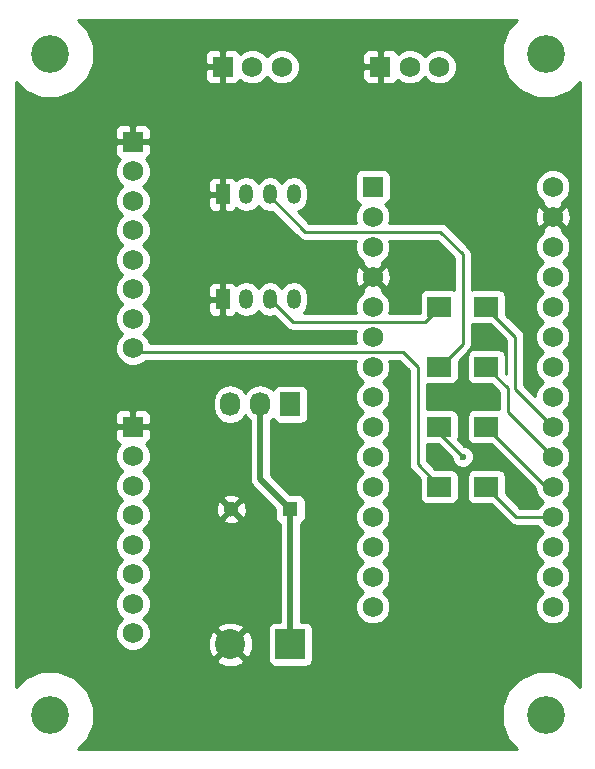
<source format=gbr>
G04 #@! TF.FileFunction,Copper,L1,Top,Signal*
%FSLAX46Y46*%
G04 Gerber Fmt 4.6, Leading zero omitted, Abs format (unit mm)*
G04 Created by KiCad (PCBNEW 4.0.3+e1-6302~38~ubuntu15.04.1-stable) date Thu Aug 18 22:44:53 2016*
%MOMM*%
%LPD*%
G01*
G04 APERTURE LIST*
%ADD10C,0.100000*%
%ADD11R,1.727200X1.727200*%
%ADD12C,1.727200*%
%ADD13R,1.300000X1.300000*%
%ADD14C,1.300000*%
%ADD15R,1.750000X1.750000*%
%ADD16C,1.750000*%
%ADD17R,1.727200X2.032000*%
%ADD18O,1.727200X2.032000*%
%ADD19R,1.200000X1.700000*%
%ADD20O,1.200000X1.700000*%
%ADD21R,2.540000X2.540000*%
%ADD22C,2.540000*%
%ADD23R,2.000000X1.700000*%
%ADD24C,3.200000*%
%ADD25C,0.600000*%
%ADD26C,0.250000*%
%ADD27C,0.500000*%
%ADD28C,0.254000*%
G04 APERTURE END LIST*
D10*
D11*
X86360000Y-55245000D03*
D12*
X86360000Y-57785000D03*
X86360000Y-60325000D03*
X86360000Y-62865000D03*
X86360000Y-65405000D03*
X86360000Y-67945000D03*
X86360000Y-70485000D03*
X86360000Y-73025000D03*
X86360000Y-75565000D03*
X86360000Y-78105000D03*
X86360000Y-80645000D03*
X86360000Y-83185000D03*
X86360000Y-85725000D03*
X86360000Y-88265000D03*
X86360000Y-90805000D03*
X101600000Y-90805000D03*
X101600000Y-88265000D03*
X101600000Y-85725000D03*
X101600000Y-83185000D03*
X101600000Y-80645000D03*
X101600000Y-78105000D03*
X101600000Y-75565000D03*
X101600000Y-73025000D03*
X101600000Y-70485000D03*
X101600000Y-67945000D03*
X101600000Y-65405000D03*
X101600000Y-62865000D03*
X101600000Y-60325000D03*
X101600000Y-57785000D03*
X101600000Y-55245000D03*
D13*
X79375000Y-82550000D03*
D14*
X74375000Y-82550000D03*
D15*
X66040000Y-51435000D03*
D16*
X66040000Y-53935000D03*
X66040000Y-56435000D03*
X66040000Y-58935000D03*
X66040000Y-61435000D03*
X66040000Y-63935000D03*
X66040000Y-66435000D03*
X66040000Y-68935000D03*
D15*
X66040000Y-75565000D03*
D16*
X66040000Y-78065000D03*
X66040000Y-80565000D03*
X66040000Y-83065000D03*
X66040000Y-85565000D03*
X66040000Y-88065000D03*
X66040000Y-90565000D03*
X66040000Y-93065000D03*
D17*
X79375000Y-73660000D03*
D18*
X76835000Y-73660000D03*
X74295000Y-73660000D03*
D19*
X73660000Y-55880000D03*
D20*
X75660000Y-55880000D03*
X77660000Y-55880000D03*
X79660000Y-55880000D03*
D19*
X73660000Y-64770000D03*
D20*
X75660000Y-64770000D03*
X77660000Y-64770000D03*
X79660000Y-64770000D03*
D21*
X79375000Y-93980000D03*
D22*
X74295000Y-93980000D03*
D23*
X95980000Y-80645000D03*
X91980000Y-80645000D03*
X95980000Y-75565000D03*
X91980000Y-75565000D03*
X95980000Y-70485000D03*
X91980000Y-70485000D03*
X95980000Y-65405000D03*
X91980000Y-65405000D03*
D15*
X73660000Y-45085000D03*
D16*
X76160000Y-45085000D03*
X78660000Y-45085000D03*
D15*
X86995000Y-45085000D03*
D16*
X89495000Y-45085000D03*
X91995000Y-45085000D03*
D24*
X59000000Y-44000000D03*
X101000000Y-44000000D03*
X59000000Y-100000000D03*
X101000000Y-100000000D03*
D25*
X93980000Y-78105000D03*
D26*
X101600000Y-83185000D02*
X98520000Y-83185000D01*
X98520000Y-83185000D02*
X95980000Y-80645000D01*
X101600000Y-80645000D02*
X101060000Y-80645000D01*
X101060000Y-80645000D02*
X95980000Y-75565000D01*
X101600000Y-78105000D02*
X97790000Y-74295000D01*
X97790000Y-72295000D02*
X95980000Y-70485000D01*
X97790000Y-74295000D02*
X97790000Y-72295000D01*
X101600000Y-78105000D02*
X101473000Y-78105000D01*
X95980000Y-65405000D02*
X95980000Y-65500000D01*
X95980000Y-65500000D02*
X98425000Y-67945000D01*
X98425000Y-67945000D02*
X98425000Y-72390000D01*
X98425000Y-72390000D02*
X101600000Y-75565000D01*
X101600000Y-75565000D02*
X101473000Y-75565000D01*
X101600000Y-75565000D02*
X101060000Y-75565000D01*
D27*
X76835000Y-73660000D02*
X76835000Y-80010000D01*
X76835000Y-80010000D02*
X79375000Y-82550000D01*
X79375000Y-93980000D02*
X79375000Y-82550000D01*
D26*
X91980000Y-80645000D02*
X91980000Y-80550000D01*
X91980000Y-80550000D02*
X90170000Y-78740000D01*
X88900000Y-69215000D02*
X66320000Y-69215000D01*
X90170000Y-70485000D02*
X88900000Y-69215000D01*
X90170000Y-78740000D02*
X90170000Y-70485000D01*
X66320000Y-69215000D02*
X66040000Y-68935000D01*
X66320000Y-69215000D02*
X66040000Y-68935000D01*
X91980000Y-80645000D02*
X92075000Y-80645000D01*
X93980000Y-78105000D02*
X91980000Y-76105000D01*
X91980000Y-76105000D02*
X91980000Y-75565000D01*
X91980000Y-70612000D02*
X91980000Y-70580000D01*
X91980000Y-70580000D02*
X93980000Y-68580000D01*
X77660000Y-55880000D02*
X77660000Y-56070000D01*
X77660000Y-56070000D02*
X80645000Y-59055000D01*
X93980000Y-68580000D02*
X93980000Y-60960000D01*
X92075000Y-59055000D02*
X80645000Y-59055000D01*
X93980000Y-60960000D02*
X92075000Y-59055000D01*
X91980000Y-65405000D02*
X91980000Y-65500000D01*
X91980000Y-65500000D02*
X90805000Y-66675000D01*
X90805000Y-66675000D02*
X79565000Y-66675000D01*
X79565000Y-66675000D02*
X77660000Y-64770000D01*
X77660000Y-64770000D02*
X77660000Y-64960000D01*
D28*
G36*
X97842246Y-41886068D02*
X97273649Y-43255402D01*
X97272355Y-44738094D01*
X97838561Y-46108418D01*
X98886068Y-47157754D01*
X100255402Y-47726351D01*
X101738094Y-47727645D01*
X103108418Y-47161439D01*
X103873000Y-46398190D01*
X103873000Y-97602639D01*
X103113932Y-96842246D01*
X101744598Y-96273649D01*
X100261906Y-96272355D01*
X98891582Y-96838561D01*
X97842246Y-97886068D01*
X97273649Y-99255402D01*
X97272355Y-100738094D01*
X97838561Y-102108418D01*
X98601810Y-102873000D01*
X61397361Y-102873000D01*
X62157754Y-102113932D01*
X62726351Y-100744598D01*
X62727645Y-99261906D01*
X62161439Y-97891582D01*
X61113932Y-96842246D01*
X59744598Y-96273649D01*
X58261906Y-96272355D01*
X56891582Y-96838561D01*
X56127000Y-97601810D01*
X56127000Y-95327777D01*
X73126828Y-95327777D01*
X73258520Y-95622657D01*
X73966036Y-95894261D01*
X74723632Y-95874436D01*
X75331480Y-95622657D01*
X75463172Y-95327777D01*
X74295000Y-94159605D01*
X73126828Y-95327777D01*
X56127000Y-95327777D01*
X56127000Y-78364040D01*
X64529738Y-78364040D01*
X64759138Y-78919229D01*
X65154536Y-79315318D01*
X64760630Y-79708537D01*
X64530262Y-80263325D01*
X64529738Y-80864040D01*
X64759138Y-81419229D01*
X65154536Y-81815318D01*
X64760630Y-82208537D01*
X64530262Y-82763325D01*
X64529738Y-83364040D01*
X64759138Y-83919229D01*
X65154536Y-84315318D01*
X64760630Y-84708537D01*
X64530262Y-85263325D01*
X64529738Y-85864040D01*
X64759138Y-86419229D01*
X65154536Y-86815318D01*
X64760630Y-87208537D01*
X64530262Y-87763325D01*
X64529738Y-88364040D01*
X64759138Y-88919229D01*
X65154536Y-89315318D01*
X64760630Y-89708537D01*
X64530262Y-90263325D01*
X64529738Y-90864040D01*
X64759138Y-91419229D01*
X65154536Y-91815318D01*
X64760630Y-92208537D01*
X64530262Y-92763325D01*
X64529738Y-93364040D01*
X64759138Y-93919229D01*
X65183537Y-94344370D01*
X65738325Y-94574738D01*
X66339040Y-94575262D01*
X66894229Y-94345862D01*
X67319370Y-93921463D01*
X67431661Y-93651036D01*
X72380739Y-93651036D01*
X72400564Y-94408632D01*
X72652343Y-95016480D01*
X72947223Y-95148172D01*
X74115395Y-93980000D01*
X74474605Y-93980000D01*
X75642777Y-95148172D01*
X75937657Y-95016480D01*
X76209261Y-94308964D01*
X76189436Y-93551368D01*
X75937657Y-92943520D01*
X75642777Y-92811828D01*
X74474605Y-93980000D01*
X74115395Y-93980000D01*
X72947223Y-92811828D01*
X72652343Y-92943520D01*
X72380739Y-93651036D01*
X67431661Y-93651036D01*
X67549738Y-93366675D01*
X67550262Y-92765960D01*
X67495003Y-92632223D01*
X73126828Y-92632223D01*
X74295000Y-93800395D01*
X75463172Y-92632223D01*
X75331480Y-92337343D01*
X74623964Y-92065739D01*
X73866368Y-92085564D01*
X73258520Y-92337343D01*
X73126828Y-92632223D01*
X67495003Y-92632223D01*
X67320862Y-92210771D01*
X66925464Y-91814682D01*
X67319370Y-91421463D01*
X67549738Y-90866675D01*
X67550262Y-90265960D01*
X67320862Y-89710771D01*
X66925464Y-89314682D01*
X67319370Y-88921463D01*
X67549738Y-88366675D01*
X67550262Y-87765960D01*
X67320862Y-87210771D01*
X66925464Y-86814682D01*
X67319370Y-86421463D01*
X67549738Y-85866675D01*
X67550262Y-85265960D01*
X67320862Y-84710771D01*
X66925464Y-84314682D01*
X67319370Y-83921463D01*
X67515547Y-83449016D01*
X73655590Y-83449016D01*
X73711271Y-83679611D01*
X74194078Y-83847622D01*
X74704428Y-83818083D01*
X75038729Y-83679611D01*
X75094410Y-83449016D01*
X74375000Y-82729605D01*
X73655590Y-83449016D01*
X67515547Y-83449016D01*
X67549738Y-83366675D01*
X67550262Y-82765960D01*
X67386274Y-82369078D01*
X73077378Y-82369078D01*
X73106917Y-82879428D01*
X73245389Y-83213729D01*
X73475984Y-83269410D01*
X74195395Y-82550000D01*
X74554605Y-82550000D01*
X75274016Y-83269410D01*
X75504611Y-83213729D01*
X75672622Y-82730922D01*
X75643083Y-82220572D01*
X75504611Y-81886271D01*
X75274016Y-81830590D01*
X74554605Y-82550000D01*
X74195395Y-82550000D01*
X73475984Y-81830590D01*
X73245389Y-81886271D01*
X73077378Y-82369078D01*
X67386274Y-82369078D01*
X67320862Y-82210771D01*
X66925464Y-81814682D01*
X67089447Y-81650984D01*
X73655590Y-81650984D01*
X74375000Y-82370395D01*
X75094410Y-81650984D01*
X75038729Y-81420389D01*
X74555922Y-81252378D01*
X74045572Y-81281917D01*
X73711271Y-81420389D01*
X73655590Y-81650984D01*
X67089447Y-81650984D01*
X67319370Y-81421463D01*
X67549738Y-80866675D01*
X67550262Y-80265960D01*
X67320862Y-79710771D01*
X66925464Y-79314682D01*
X67319370Y-78921463D01*
X67549738Y-78366675D01*
X67550262Y-77765960D01*
X67320862Y-77210771D01*
X67143198Y-77032797D01*
X67274699Y-76978327D01*
X67453327Y-76799698D01*
X67550000Y-76566309D01*
X67550000Y-75850750D01*
X67391250Y-75692000D01*
X66167000Y-75692000D01*
X66167000Y-75712000D01*
X65913000Y-75712000D01*
X65913000Y-75692000D01*
X64688750Y-75692000D01*
X64530000Y-75850750D01*
X64530000Y-76566309D01*
X64626673Y-76799698D01*
X64805301Y-76978327D01*
X64936714Y-77032760D01*
X64760630Y-77208537D01*
X64530262Y-77763325D01*
X64529738Y-78364040D01*
X56127000Y-78364040D01*
X56127000Y-74563691D01*
X64530000Y-74563691D01*
X64530000Y-75279250D01*
X64688750Y-75438000D01*
X65913000Y-75438000D01*
X65913000Y-74213750D01*
X66167000Y-74213750D01*
X66167000Y-75438000D01*
X67391250Y-75438000D01*
X67550000Y-75279250D01*
X67550000Y-74563691D01*
X67453327Y-74330302D01*
X67274699Y-74151673D01*
X67041310Y-74055000D01*
X66325750Y-74055000D01*
X66167000Y-74213750D01*
X65913000Y-74213750D01*
X65754250Y-74055000D01*
X65038690Y-74055000D01*
X64805301Y-74151673D01*
X64626673Y-74330302D01*
X64530000Y-74563691D01*
X56127000Y-74563691D01*
X56127000Y-73475255D01*
X72796400Y-73475255D01*
X72796400Y-73844745D01*
X72910474Y-74418234D01*
X73235330Y-74904415D01*
X73721511Y-75229271D01*
X74295000Y-75343345D01*
X74868489Y-75229271D01*
X75354670Y-74904415D01*
X75565000Y-74589634D01*
X75775330Y-74904415D01*
X75950000Y-75021126D01*
X75950000Y-80009995D01*
X75949999Y-80010000D01*
X75999561Y-80259161D01*
X76017367Y-80348675D01*
X76021033Y-80354161D01*
X76209210Y-80635790D01*
X78077560Y-82504139D01*
X78077560Y-83200000D01*
X78121838Y-83435317D01*
X78260910Y-83651441D01*
X78473110Y-83796431D01*
X78490000Y-83799851D01*
X78490000Y-92062560D01*
X78105000Y-92062560D01*
X77869683Y-92106838D01*
X77653559Y-92245910D01*
X77508569Y-92458110D01*
X77457560Y-92710000D01*
X77457560Y-95250000D01*
X77501838Y-95485317D01*
X77640910Y-95701441D01*
X77853110Y-95846431D01*
X78105000Y-95897440D01*
X80645000Y-95897440D01*
X80880317Y-95853162D01*
X81096441Y-95714090D01*
X81241431Y-95501890D01*
X81292440Y-95250000D01*
X81292440Y-92710000D01*
X81248162Y-92474683D01*
X81109090Y-92258559D01*
X80896890Y-92113569D01*
X80645000Y-92062560D01*
X80260000Y-92062560D01*
X80260000Y-83803222D01*
X80260317Y-83803162D01*
X80476441Y-83664090D01*
X80621431Y-83451890D01*
X80672440Y-83200000D01*
X80672440Y-81900000D01*
X80628162Y-81664683D01*
X80489090Y-81448559D01*
X80276890Y-81303569D01*
X80025000Y-81252560D01*
X79329139Y-81252560D01*
X77720000Y-79643420D01*
X77720000Y-75021126D01*
X77894670Y-74904415D01*
X77904243Y-74890087D01*
X77908238Y-74911317D01*
X78047310Y-75127441D01*
X78259510Y-75272431D01*
X78511400Y-75323440D01*
X80238600Y-75323440D01*
X80473917Y-75279162D01*
X80690041Y-75140090D01*
X80835031Y-74927890D01*
X80886040Y-74676000D01*
X80886040Y-72644000D01*
X80841762Y-72408683D01*
X80702690Y-72192559D01*
X80490490Y-72047569D01*
X80238600Y-71996560D01*
X78511400Y-71996560D01*
X78276083Y-72040838D01*
X78059959Y-72179910D01*
X77914969Y-72392110D01*
X77906600Y-72433439D01*
X77894670Y-72415585D01*
X77408489Y-72090729D01*
X76835000Y-71976655D01*
X76261511Y-72090729D01*
X75775330Y-72415585D01*
X75565000Y-72730366D01*
X75354670Y-72415585D01*
X74868489Y-72090729D01*
X74295000Y-71976655D01*
X73721511Y-72090729D01*
X73235330Y-72415585D01*
X72910474Y-72901766D01*
X72796400Y-73475255D01*
X56127000Y-73475255D01*
X56127000Y-54234040D01*
X64529738Y-54234040D01*
X64759138Y-54789229D01*
X65154536Y-55185318D01*
X64760630Y-55578537D01*
X64530262Y-56133325D01*
X64529738Y-56734040D01*
X64759138Y-57289229D01*
X65154536Y-57685318D01*
X64760630Y-58078537D01*
X64530262Y-58633325D01*
X64529738Y-59234040D01*
X64759138Y-59789229D01*
X65154536Y-60185318D01*
X64760630Y-60578537D01*
X64530262Y-61133325D01*
X64529738Y-61734040D01*
X64759138Y-62289229D01*
X65154536Y-62685318D01*
X64760630Y-63078537D01*
X64530262Y-63633325D01*
X64529738Y-64234040D01*
X64759138Y-64789229D01*
X65154536Y-65185318D01*
X64760630Y-65578537D01*
X64530262Y-66133325D01*
X64529738Y-66734040D01*
X64759138Y-67289229D01*
X65154536Y-67685318D01*
X64760630Y-68078537D01*
X64530262Y-68633325D01*
X64529738Y-69234040D01*
X64759138Y-69789229D01*
X65183537Y-70214370D01*
X65738325Y-70444738D01*
X66339040Y-70445262D01*
X66894229Y-70215862D01*
X67135512Y-69975000D01*
X84949111Y-69975000D01*
X84861661Y-70185602D01*
X84861141Y-70781782D01*
X85088808Y-71332780D01*
X85510003Y-71754710D01*
X85510931Y-71755095D01*
X85090290Y-72175003D01*
X84861661Y-72725602D01*
X84861141Y-73321782D01*
X85088808Y-73872780D01*
X85510003Y-74294710D01*
X85510931Y-74295095D01*
X85090290Y-74715003D01*
X84861661Y-75265602D01*
X84861141Y-75861782D01*
X85088808Y-76412780D01*
X85510003Y-76834710D01*
X85510931Y-76835095D01*
X85090290Y-77255003D01*
X84861661Y-77805602D01*
X84861141Y-78401782D01*
X85088808Y-78952780D01*
X85510003Y-79374710D01*
X85510931Y-79375095D01*
X85090290Y-79795003D01*
X84861661Y-80345602D01*
X84861141Y-80941782D01*
X85088808Y-81492780D01*
X85510003Y-81914710D01*
X85510931Y-81915095D01*
X85090290Y-82335003D01*
X84861661Y-82885602D01*
X84861141Y-83481782D01*
X85088808Y-84032780D01*
X85510003Y-84454710D01*
X85510931Y-84455095D01*
X85090290Y-84875003D01*
X84861661Y-85425602D01*
X84861141Y-86021782D01*
X85088808Y-86572780D01*
X85510003Y-86994710D01*
X85510931Y-86995095D01*
X85090290Y-87415003D01*
X84861661Y-87965602D01*
X84861141Y-88561782D01*
X85088808Y-89112780D01*
X85510003Y-89534710D01*
X85510931Y-89535095D01*
X85090290Y-89955003D01*
X84861661Y-90505602D01*
X84861141Y-91101782D01*
X85088808Y-91652780D01*
X85510003Y-92074710D01*
X86060602Y-92303339D01*
X86656782Y-92303859D01*
X87207780Y-92076192D01*
X87629710Y-91654997D01*
X87858339Y-91104398D01*
X87858859Y-90508218D01*
X87631192Y-89957220D01*
X87209997Y-89535290D01*
X87209069Y-89534905D01*
X87629710Y-89114997D01*
X87858339Y-88564398D01*
X87858859Y-87968218D01*
X87631192Y-87417220D01*
X87209997Y-86995290D01*
X87209069Y-86994905D01*
X87629710Y-86574997D01*
X87858339Y-86024398D01*
X87858859Y-85428218D01*
X87631192Y-84877220D01*
X87209997Y-84455290D01*
X87209069Y-84454905D01*
X87629710Y-84034997D01*
X87858339Y-83484398D01*
X87858859Y-82888218D01*
X87631192Y-82337220D01*
X87209997Y-81915290D01*
X87209069Y-81914905D01*
X87629710Y-81494997D01*
X87858339Y-80944398D01*
X87858859Y-80348218D01*
X87631192Y-79797220D01*
X87209997Y-79375290D01*
X87209069Y-79374905D01*
X87629710Y-78954997D01*
X87858339Y-78404398D01*
X87858859Y-77808218D01*
X87631192Y-77257220D01*
X87209997Y-76835290D01*
X87209069Y-76834905D01*
X87629710Y-76414997D01*
X87858339Y-75864398D01*
X87858859Y-75268218D01*
X87631192Y-74717220D01*
X87209997Y-74295290D01*
X87209069Y-74294905D01*
X87629710Y-73874997D01*
X87858339Y-73324398D01*
X87858859Y-72728218D01*
X87631192Y-72177220D01*
X87209997Y-71755290D01*
X87209069Y-71754905D01*
X87629710Y-71334997D01*
X87858339Y-70784398D01*
X87858859Y-70188218D01*
X87770759Y-69975000D01*
X88585198Y-69975000D01*
X89410000Y-70799802D01*
X89410000Y-78740000D01*
X89467852Y-79030839D01*
X89632599Y-79277401D01*
X90332560Y-79977362D01*
X90332560Y-81495000D01*
X90376838Y-81730317D01*
X90515910Y-81946441D01*
X90728110Y-82091431D01*
X90980000Y-82142440D01*
X92980000Y-82142440D01*
X93215317Y-82098162D01*
X93431441Y-81959090D01*
X93576431Y-81746890D01*
X93627440Y-81495000D01*
X93627440Y-79795000D01*
X93583162Y-79559683D01*
X93444090Y-79343559D01*
X93231890Y-79198569D01*
X92980000Y-79147560D01*
X91652362Y-79147560D01*
X90930000Y-78425198D01*
X90930000Y-77052315D01*
X90980000Y-77062440D01*
X91862638Y-77062440D01*
X93044878Y-78244680D01*
X93044838Y-78290167D01*
X93186883Y-78633943D01*
X93449673Y-78897192D01*
X93793201Y-79039838D01*
X94165167Y-79040162D01*
X94508943Y-78898117D01*
X94772192Y-78635327D01*
X94914838Y-78291799D01*
X94915162Y-77919833D01*
X94773117Y-77576057D01*
X94510327Y-77312808D01*
X94166799Y-77170162D01*
X94119923Y-77170121D01*
X93583211Y-76633409D01*
X93627440Y-76415000D01*
X93627440Y-74715000D01*
X93583162Y-74479683D01*
X93444090Y-74263559D01*
X93231890Y-74118569D01*
X92980000Y-74067560D01*
X90980000Y-74067560D01*
X90930000Y-74076968D01*
X90930000Y-71972315D01*
X90980000Y-71982440D01*
X92980000Y-71982440D01*
X93215317Y-71938162D01*
X93431441Y-71799090D01*
X93576431Y-71586890D01*
X93627440Y-71335000D01*
X93627440Y-70007362D01*
X94517401Y-69117401D01*
X94682148Y-68870839D01*
X94740000Y-68580000D01*
X94740000Y-66853839D01*
X94980000Y-66902440D01*
X96307638Y-66902440D01*
X97665000Y-68259802D01*
X97665000Y-71095198D01*
X97627440Y-71057638D01*
X97627440Y-69635000D01*
X97583162Y-69399683D01*
X97444090Y-69183559D01*
X97231890Y-69038569D01*
X96980000Y-68987560D01*
X94980000Y-68987560D01*
X94744683Y-69031838D01*
X94528559Y-69170910D01*
X94383569Y-69383110D01*
X94332560Y-69635000D01*
X94332560Y-71335000D01*
X94376838Y-71570317D01*
X94515910Y-71786441D01*
X94728110Y-71931431D01*
X94980000Y-71982440D01*
X96402638Y-71982440D01*
X97030000Y-72609802D01*
X97030000Y-74077685D01*
X96980000Y-74067560D01*
X94980000Y-74067560D01*
X94744683Y-74111838D01*
X94528559Y-74250910D01*
X94383569Y-74463110D01*
X94332560Y-74715000D01*
X94332560Y-76415000D01*
X94376838Y-76650317D01*
X94515910Y-76866441D01*
X94728110Y-77011431D01*
X94980000Y-77062440D01*
X96402638Y-77062440D01*
X100101299Y-80761101D01*
X100101141Y-80941782D01*
X100328808Y-81492780D01*
X100750003Y-81914710D01*
X100750931Y-81915095D01*
X100330290Y-82335003D01*
X100292920Y-82425000D01*
X98834802Y-82425000D01*
X97627440Y-81217638D01*
X97627440Y-79795000D01*
X97583162Y-79559683D01*
X97444090Y-79343559D01*
X97231890Y-79198569D01*
X96980000Y-79147560D01*
X94980000Y-79147560D01*
X94744683Y-79191838D01*
X94528559Y-79330910D01*
X94383569Y-79543110D01*
X94332560Y-79795000D01*
X94332560Y-81495000D01*
X94376838Y-81730317D01*
X94515910Y-81946441D01*
X94728110Y-82091431D01*
X94980000Y-82142440D01*
X96402638Y-82142440D01*
X97982599Y-83722401D01*
X98229160Y-83887148D01*
X98277414Y-83896746D01*
X98520000Y-83945000D01*
X100292538Y-83945000D01*
X100328808Y-84032780D01*
X100750003Y-84454710D01*
X100750931Y-84455095D01*
X100330290Y-84875003D01*
X100101661Y-85425602D01*
X100101141Y-86021782D01*
X100328808Y-86572780D01*
X100750003Y-86994710D01*
X100750931Y-86995095D01*
X100330290Y-87415003D01*
X100101661Y-87965602D01*
X100101141Y-88561782D01*
X100328808Y-89112780D01*
X100750003Y-89534710D01*
X100750931Y-89535095D01*
X100330290Y-89955003D01*
X100101661Y-90505602D01*
X100101141Y-91101782D01*
X100328808Y-91652780D01*
X100750003Y-92074710D01*
X101300602Y-92303339D01*
X101896782Y-92303859D01*
X102447780Y-92076192D01*
X102869710Y-91654997D01*
X103098339Y-91104398D01*
X103098859Y-90508218D01*
X102871192Y-89957220D01*
X102449997Y-89535290D01*
X102449069Y-89534905D01*
X102869710Y-89114997D01*
X103098339Y-88564398D01*
X103098859Y-87968218D01*
X102871192Y-87417220D01*
X102449997Y-86995290D01*
X102449069Y-86994905D01*
X102869710Y-86574997D01*
X103098339Y-86024398D01*
X103098859Y-85428218D01*
X102871192Y-84877220D01*
X102449997Y-84455290D01*
X102449069Y-84454905D01*
X102869710Y-84034997D01*
X103098339Y-83484398D01*
X103098859Y-82888218D01*
X102871192Y-82337220D01*
X102449997Y-81915290D01*
X102449069Y-81914905D01*
X102869710Y-81494997D01*
X103098339Y-80944398D01*
X103098859Y-80348218D01*
X102871192Y-79797220D01*
X102449997Y-79375290D01*
X102449069Y-79374905D01*
X102869710Y-78954997D01*
X103098339Y-78404398D01*
X103098859Y-77808218D01*
X102871192Y-77257220D01*
X102449997Y-76835290D01*
X102449069Y-76834905D01*
X102869710Y-76414997D01*
X103098339Y-75864398D01*
X103098859Y-75268218D01*
X102871192Y-74717220D01*
X102449997Y-74295290D01*
X102449069Y-74294905D01*
X102869710Y-73874997D01*
X103098339Y-73324398D01*
X103098859Y-72728218D01*
X102871192Y-72177220D01*
X102449997Y-71755290D01*
X102449069Y-71754905D01*
X102869710Y-71334997D01*
X103098339Y-70784398D01*
X103098859Y-70188218D01*
X102871192Y-69637220D01*
X102449997Y-69215290D01*
X102449069Y-69214905D01*
X102869710Y-68794997D01*
X103098339Y-68244398D01*
X103098859Y-67648218D01*
X102871192Y-67097220D01*
X102449997Y-66675290D01*
X102449069Y-66674905D01*
X102869710Y-66254997D01*
X103098339Y-65704398D01*
X103098859Y-65108218D01*
X102871192Y-64557220D01*
X102449997Y-64135290D01*
X102449069Y-64134905D01*
X102869710Y-63714997D01*
X103098339Y-63164398D01*
X103098859Y-62568218D01*
X102871192Y-62017220D01*
X102449997Y-61595290D01*
X102449069Y-61594905D01*
X102869710Y-61174997D01*
X103098339Y-60624398D01*
X103098859Y-60028218D01*
X102871192Y-59477220D01*
X102449997Y-59055290D01*
X102409463Y-59038459D01*
X102474200Y-58838805D01*
X101600000Y-57964605D01*
X100725800Y-58838805D01*
X100790399Y-59038033D01*
X100752220Y-59053808D01*
X100330290Y-59475003D01*
X100101661Y-60025602D01*
X100101141Y-60621782D01*
X100328808Y-61172780D01*
X100750003Y-61594710D01*
X100750931Y-61595095D01*
X100330290Y-62015003D01*
X100101661Y-62565602D01*
X100101141Y-63161782D01*
X100328808Y-63712780D01*
X100750003Y-64134710D01*
X100750931Y-64135095D01*
X100330290Y-64555003D01*
X100101661Y-65105602D01*
X100101141Y-65701782D01*
X100328808Y-66252780D01*
X100750003Y-66674710D01*
X100750931Y-66675095D01*
X100330290Y-67095003D01*
X100101661Y-67645602D01*
X100101141Y-68241782D01*
X100328808Y-68792780D01*
X100750003Y-69214710D01*
X100750931Y-69215095D01*
X100330290Y-69635003D01*
X100101661Y-70185602D01*
X100101141Y-70781782D01*
X100328808Y-71332780D01*
X100750003Y-71754710D01*
X100750931Y-71755095D01*
X100330290Y-72175003D01*
X100101661Y-72725602D01*
X100101429Y-72991627D01*
X99185000Y-72075198D01*
X99185000Y-67945000D01*
X99127148Y-67654161D01*
X98962401Y-67407599D01*
X97627440Y-66072638D01*
X97627440Y-64555000D01*
X97583162Y-64319683D01*
X97444090Y-64103559D01*
X97231890Y-63958569D01*
X96980000Y-63907560D01*
X94980000Y-63907560D01*
X94744683Y-63951838D01*
X94740000Y-63954851D01*
X94740000Y-60960000D01*
X94682148Y-60669161D01*
X94517401Y-60422599D01*
X92612401Y-58517599D01*
X92365839Y-58352852D01*
X92075000Y-58295000D01*
X87770889Y-58295000D01*
X87858339Y-58084398D01*
X87858802Y-57553030D01*
X100089752Y-57553030D01*
X100115942Y-58148635D01*
X100293484Y-58577259D01*
X100546195Y-58659200D01*
X101420395Y-57785000D01*
X101779605Y-57785000D01*
X102653805Y-58659200D01*
X102906516Y-58577259D01*
X103110248Y-58016970D01*
X103084058Y-57421365D01*
X102906516Y-56992741D01*
X102653805Y-56910800D01*
X101779605Y-57785000D01*
X101420395Y-57785000D01*
X100546195Y-56910800D01*
X100293484Y-56992741D01*
X100089752Y-57553030D01*
X87858802Y-57553030D01*
X87858859Y-57488218D01*
X87631192Y-56937220D01*
X87414475Y-56720124D01*
X87458917Y-56711762D01*
X87675041Y-56572690D01*
X87820031Y-56360490D01*
X87871040Y-56108600D01*
X87871040Y-55541782D01*
X100101141Y-55541782D01*
X100328808Y-56092780D01*
X100750003Y-56514710D01*
X100790537Y-56531541D01*
X100725800Y-56731195D01*
X101600000Y-57605395D01*
X102474200Y-56731195D01*
X102409601Y-56531967D01*
X102447780Y-56516192D01*
X102869710Y-56094997D01*
X103098339Y-55544398D01*
X103098859Y-54948218D01*
X102871192Y-54397220D01*
X102449997Y-53975290D01*
X101899398Y-53746661D01*
X101303218Y-53746141D01*
X100752220Y-53973808D01*
X100330290Y-54395003D01*
X100101661Y-54945602D01*
X100101141Y-55541782D01*
X87871040Y-55541782D01*
X87871040Y-54381400D01*
X87826762Y-54146083D01*
X87687690Y-53929959D01*
X87475490Y-53784969D01*
X87223600Y-53733960D01*
X85496400Y-53733960D01*
X85261083Y-53778238D01*
X85044959Y-53917310D01*
X84899969Y-54129510D01*
X84848960Y-54381400D01*
X84848960Y-56108600D01*
X84893238Y-56343917D01*
X85032310Y-56560041D01*
X85244510Y-56705031D01*
X85307820Y-56717852D01*
X85090290Y-56935003D01*
X84861661Y-57485602D01*
X84861141Y-58081782D01*
X84949241Y-58295000D01*
X80959802Y-58295000D01*
X79992714Y-57327912D01*
X80132614Y-57300084D01*
X80533277Y-57032370D01*
X80800991Y-56631707D01*
X80895000Y-56159093D01*
X80895000Y-55600907D01*
X80800991Y-55128293D01*
X80533277Y-54727630D01*
X80132614Y-54459916D01*
X79660000Y-54365907D01*
X79187386Y-54459916D01*
X78786723Y-54727630D01*
X78660000Y-54917285D01*
X78533277Y-54727630D01*
X78132614Y-54459916D01*
X77660000Y-54365907D01*
X77187386Y-54459916D01*
X76786723Y-54727630D01*
X76660000Y-54917285D01*
X76533277Y-54727630D01*
X76132614Y-54459916D01*
X75660000Y-54365907D01*
X75187386Y-54459916D01*
X74814410Y-54709130D01*
X74798327Y-54670301D01*
X74619698Y-54491673D01*
X74386309Y-54395000D01*
X73945750Y-54395000D01*
X73787000Y-54553750D01*
X73787000Y-55753000D01*
X73807000Y-55753000D01*
X73807000Y-56007000D01*
X73787000Y-56007000D01*
X73787000Y-57206250D01*
X73945750Y-57365000D01*
X74386309Y-57365000D01*
X74619698Y-57268327D01*
X74798327Y-57089699D01*
X74814410Y-57050870D01*
X75187386Y-57300084D01*
X75660000Y-57394093D01*
X76132614Y-57300084D01*
X76533277Y-57032370D01*
X76660000Y-56842715D01*
X76786723Y-57032370D01*
X77187386Y-57300084D01*
X77660000Y-57394093D01*
X77867931Y-57352733D01*
X80107599Y-59592401D01*
X80354161Y-59757148D01*
X80645000Y-59815000D01*
X84949111Y-59815000D01*
X84861661Y-60025602D01*
X84861141Y-60621782D01*
X85088808Y-61172780D01*
X85510003Y-61594710D01*
X85550537Y-61611541D01*
X85485800Y-61811195D01*
X86360000Y-62685395D01*
X87234200Y-61811195D01*
X87169601Y-61611967D01*
X87207780Y-61596192D01*
X87629710Y-61174997D01*
X87858339Y-60624398D01*
X87858859Y-60028218D01*
X87770759Y-59815000D01*
X91760198Y-59815000D01*
X93220000Y-61274802D01*
X93220000Y-63956161D01*
X92980000Y-63907560D01*
X90980000Y-63907560D01*
X90744683Y-63951838D01*
X90528559Y-64090910D01*
X90383569Y-64303110D01*
X90332560Y-64555000D01*
X90332560Y-65915000D01*
X87770889Y-65915000D01*
X87858339Y-65704398D01*
X87858859Y-65108218D01*
X87631192Y-64557220D01*
X87209997Y-64135290D01*
X87169463Y-64118459D01*
X87234200Y-63918805D01*
X86360000Y-63044605D01*
X85485800Y-63918805D01*
X85550399Y-64118033D01*
X85512220Y-64133808D01*
X85090290Y-64555003D01*
X84861661Y-65105602D01*
X84861141Y-65701782D01*
X84949241Y-65915000D01*
X80538201Y-65915000D01*
X80800991Y-65521707D01*
X80895000Y-65049093D01*
X80895000Y-64490907D01*
X80800991Y-64018293D01*
X80533277Y-63617630D01*
X80132614Y-63349916D01*
X79660000Y-63255907D01*
X79187386Y-63349916D01*
X78786723Y-63617630D01*
X78660000Y-63807285D01*
X78533277Y-63617630D01*
X78132614Y-63349916D01*
X77660000Y-63255907D01*
X77187386Y-63349916D01*
X76786723Y-63617630D01*
X76660000Y-63807285D01*
X76533277Y-63617630D01*
X76132614Y-63349916D01*
X75660000Y-63255907D01*
X75187386Y-63349916D01*
X74814410Y-63599130D01*
X74798327Y-63560301D01*
X74619698Y-63381673D01*
X74386309Y-63285000D01*
X73945750Y-63285000D01*
X73787000Y-63443750D01*
X73787000Y-64643000D01*
X73807000Y-64643000D01*
X73807000Y-64897000D01*
X73787000Y-64897000D01*
X73787000Y-66096250D01*
X73945750Y-66255000D01*
X74386309Y-66255000D01*
X74619698Y-66158327D01*
X74798327Y-65979699D01*
X74814410Y-65940870D01*
X75187386Y-66190084D01*
X75660000Y-66284093D01*
X76132614Y-66190084D01*
X76533277Y-65922370D01*
X76660000Y-65732715D01*
X76786723Y-65922370D01*
X77187386Y-66190084D01*
X77660000Y-66284093D01*
X78026408Y-66211210D01*
X79027599Y-67212401D01*
X79274161Y-67377148D01*
X79565000Y-67435000D01*
X84949111Y-67435000D01*
X84861661Y-67645602D01*
X84861141Y-68241782D01*
X84949241Y-68455000D01*
X67475491Y-68455000D01*
X67320862Y-68080771D01*
X66925464Y-67684682D01*
X67319370Y-67291463D01*
X67549738Y-66736675D01*
X67550262Y-66135960D01*
X67320862Y-65580771D01*
X66925464Y-65184682D01*
X67054621Y-65055750D01*
X72425000Y-65055750D01*
X72425000Y-65746310D01*
X72521673Y-65979699D01*
X72700302Y-66158327D01*
X72933691Y-66255000D01*
X73374250Y-66255000D01*
X73533000Y-66096250D01*
X73533000Y-64897000D01*
X72583750Y-64897000D01*
X72425000Y-65055750D01*
X67054621Y-65055750D01*
X67319370Y-64791463D01*
X67549738Y-64236675D01*
X67550124Y-63793690D01*
X72425000Y-63793690D01*
X72425000Y-64484250D01*
X72583750Y-64643000D01*
X73533000Y-64643000D01*
X73533000Y-63443750D01*
X73374250Y-63285000D01*
X72933691Y-63285000D01*
X72700302Y-63381673D01*
X72521673Y-63560301D01*
X72425000Y-63793690D01*
X67550124Y-63793690D01*
X67550262Y-63635960D01*
X67320862Y-63080771D01*
X66925464Y-62684682D01*
X66977206Y-62633030D01*
X84849752Y-62633030D01*
X84875942Y-63228635D01*
X85053484Y-63657259D01*
X85306195Y-63739200D01*
X86180395Y-62865000D01*
X86539605Y-62865000D01*
X87413805Y-63739200D01*
X87666516Y-63657259D01*
X87870248Y-63096970D01*
X87844058Y-62501365D01*
X87666516Y-62072741D01*
X87413805Y-61990800D01*
X86539605Y-62865000D01*
X86180395Y-62865000D01*
X85306195Y-61990800D01*
X85053484Y-62072741D01*
X84849752Y-62633030D01*
X66977206Y-62633030D01*
X67319370Y-62291463D01*
X67549738Y-61736675D01*
X67550262Y-61135960D01*
X67320862Y-60580771D01*
X66925464Y-60184682D01*
X67319370Y-59791463D01*
X67549738Y-59236675D01*
X67550262Y-58635960D01*
X67320862Y-58080771D01*
X66925464Y-57684682D01*
X67319370Y-57291463D01*
X67549738Y-56736675D01*
X67550236Y-56165750D01*
X72425000Y-56165750D01*
X72425000Y-56856310D01*
X72521673Y-57089699D01*
X72700302Y-57268327D01*
X72933691Y-57365000D01*
X73374250Y-57365000D01*
X73533000Y-57206250D01*
X73533000Y-56007000D01*
X72583750Y-56007000D01*
X72425000Y-56165750D01*
X67550236Y-56165750D01*
X67550262Y-56135960D01*
X67320862Y-55580771D01*
X66925464Y-55184682D01*
X67206946Y-54903690D01*
X72425000Y-54903690D01*
X72425000Y-55594250D01*
X72583750Y-55753000D01*
X73533000Y-55753000D01*
X73533000Y-54553750D01*
X73374250Y-54395000D01*
X72933691Y-54395000D01*
X72700302Y-54491673D01*
X72521673Y-54670301D01*
X72425000Y-54903690D01*
X67206946Y-54903690D01*
X67319370Y-54791463D01*
X67549738Y-54236675D01*
X67550262Y-53635960D01*
X67320862Y-53080771D01*
X67143198Y-52902797D01*
X67274699Y-52848327D01*
X67453327Y-52669698D01*
X67550000Y-52436309D01*
X67550000Y-51720750D01*
X67391250Y-51562000D01*
X66167000Y-51562000D01*
X66167000Y-51582000D01*
X65913000Y-51582000D01*
X65913000Y-51562000D01*
X64688750Y-51562000D01*
X64530000Y-51720750D01*
X64530000Y-52436309D01*
X64626673Y-52669698D01*
X64805301Y-52848327D01*
X64936714Y-52902760D01*
X64760630Y-53078537D01*
X64530262Y-53633325D01*
X64529738Y-54234040D01*
X56127000Y-54234040D01*
X56127000Y-50433691D01*
X64530000Y-50433691D01*
X64530000Y-51149250D01*
X64688750Y-51308000D01*
X65913000Y-51308000D01*
X65913000Y-50083750D01*
X66167000Y-50083750D01*
X66167000Y-51308000D01*
X67391250Y-51308000D01*
X67550000Y-51149250D01*
X67550000Y-50433691D01*
X67453327Y-50200302D01*
X67274699Y-50021673D01*
X67041310Y-49925000D01*
X66325750Y-49925000D01*
X66167000Y-50083750D01*
X65913000Y-50083750D01*
X65754250Y-49925000D01*
X65038690Y-49925000D01*
X64805301Y-50021673D01*
X64626673Y-50200302D01*
X64530000Y-50433691D01*
X56127000Y-50433691D01*
X56127000Y-46397361D01*
X56886068Y-47157754D01*
X58255402Y-47726351D01*
X59738094Y-47727645D01*
X61108418Y-47161439D01*
X62157754Y-46113932D01*
X62466350Y-45370750D01*
X72150000Y-45370750D01*
X72150000Y-46086310D01*
X72246673Y-46319699D01*
X72425302Y-46498327D01*
X72658691Y-46595000D01*
X73374250Y-46595000D01*
X73533000Y-46436250D01*
X73533000Y-45212000D01*
X72308750Y-45212000D01*
X72150000Y-45370750D01*
X62466350Y-45370750D01*
X62726351Y-44744598D01*
X62726927Y-44083690D01*
X72150000Y-44083690D01*
X72150000Y-44799250D01*
X72308750Y-44958000D01*
X73533000Y-44958000D01*
X73533000Y-43733750D01*
X73787000Y-43733750D01*
X73787000Y-44958000D01*
X73807000Y-44958000D01*
X73807000Y-45212000D01*
X73787000Y-45212000D01*
X73787000Y-46436250D01*
X73945750Y-46595000D01*
X74661309Y-46595000D01*
X74894698Y-46498327D01*
X75073327Y-46319699D01*
X75127760Y-46188286D01*
X75303537Y-46364370D01*
X75858325Y-46594738D01*
X76459040Y-46595262D01*
X77014229Y-46365862D01*
X77410318Y-45970464D01*
X77803537Y-46364370D01*
X78358325Y-46594738D01*
X78959040Y-46595262D01*
X79514229Y-46365862D01*
X79939370Y-45941463D01*
X80169738Y-45386675D01*
X80169751Y-45370750D01*
X85485000Y-45370750D01*
X85485000Y-46086310D01*
X85581673Y-46319699D01*
X85760302Y-46498327D01*
X85993691Y-46595000D01*
X86709250Y-46595000D01*
X86868000Y-46436250D01*
X86868000Y-45212000D01*
X85643750Y-45212000D01*
X85485000Y-45370750D01*
X80169751Y-45370750D01*
X80170262Y-44785960D01*
X79940862Y-44230771D01*
X79794038Y-44083690D01*
X85485000Y-44083690D01*
X85485000Y-44799250D01*
X85643750Y-44958000D01*
X86868000Y-44958000D01*
X86868000Y-43733750D01*
X87122000Y-43733750D01*
X87122000Y-44958000D01*
X87142000Y-44958000D01*
X87142000Y-45212000D01*
X87122000Y-45212000D01*
X87122000Y-46436250D01*
X87280750Y-46595000D01*
X87996309Y-46595000D01*
X88229698Y-46498327D01*
X88408327Y-46319699D01*
X88462760Y-46188286D01*
X88638537Y-46364370D01*
X89193325Y-46594738D01*
X89794040Y-46595262D01*
X90349229Y-46365862D01*
X90745318Y-45970464D01*
X91138537Y-46364370D01*
X91693325Y-46594738D01*
X92294040Y-46595262D01*
X92849229Y-46365862D01*
X93274370Y-45941463D01*
X93504738Y-45386675D01*
X93505262Y-44785960D01*
X93275862Y-44230771D01*
X92851463Y-43805630D01*
X92296675Y-43575262D01*
X91695960Y-43574738D01*
X91140771Y-43804138D01*
X90744682Y-44199536D01*
X90351463Y-43805630D01*
X89796675Y-43575262D01*
X89195960Y-43574738D01*
X88640771Y-43804138D01*
X88462797Y-43981802D01*
X88408327Y-43850301D01*
X88229698Y-43671673D01*
X87996309Y-43575000D01*
X87280750Y-43575000D01*
X87122000Y-43733750D01*
X86868000Y-43733750D01*
X86709250Y-43575000D01*
X85993691Y-43575000D01*
X85760302Y-43671673D01*
X85581673Y-43850301D01*
X85485000Y-44083690D01*
X79794038Y-44083690D01*
X79516463Y-43805630D01*
X78961675Y-43575262D01*
X78360960Y-43574738D01*
X77805771Y-43804138D01*
X77409682Y-44199536D01*
X77016463Y-43805630D01*
X76461675Y-43575262D01*
X75860960Y-43574738D01*
X75305771Y-43804138D01*
X75127797Y-43981802D01*
X75073327Y-43850301D01*
X74894698Y-43671673D01*
X74661309Y-43575000D01*
X73945750Y-43575000D01*
X73787000Y-43733750D01*
X73533000Y-43733750D01*
X73374250Y-43575000D01*
X72658691Y-43575000D01*
X72425302Y-43671673D01*
X72246673Y-43850301D01*
X72150000Y-44083690D01*
X62726927Y-44083690D01*
X62727645Y-43261906D01*
X62161439Y-41891582D01*
X61398190Y-41127000D01*
X98602639Y-41127000D01*
X97842246Y-41886068D01*
X97842246Y-41886068D01*
G37*
X97842246Y-41886068D02*
X97273649Y-43255402D01*
X97272355Y-44738094D01*
X97838561Y-46108418D01*
X98886068Y-47157754D01*
X100255402Y-47726351D01*
X101738094Y-47727645D01*
X103108418Y-47161439D01*
X103873000Y-46398190D01*
X103873000Y-97602639D01*
X103113932Y-96842246D01*
X101744598Y-96273649D01*
X100261906Y-96272355D01*
X98891582Y-96838561D01*
X97842246Y-97886068D01*
X97273649Y-99255402D01*
X97272355Y-100738094D01*
X97838561Y-102108418D01*
X98601810Y-102873000D01*
X61397361Y-102873000D01*
X62157754Y-102113932D01*
X62726351Y-100744598D01*
X62727645Y-99261906D01*
X62161439Y-97891582D01*
X61113932Y-96842246D01*
X59744598Y-96273649D01*
X58261906Y-96272355D01*
X56891582Y-96838561D01*
X56127000Y-97601810D01*
X56127000Y-95327777D01*
X73126828Y-95327777D01*
X73258520Y-95622657D01*
X73966036Y-95894261D01*
X74723632Y-95874436D01*
X75331480Y-95622657D01*
X75463172Y-95327777D01*
X74295000Y-94159605D01*
X73126828Y-95327777D01*
X56127000Y-95327777D01*
X56127000Y-78364040D01*
X64529738Y-78364040D01*
X64759138Y-78919229D01*
X65154536Y-79315318D01*
X64760630Y-79708537D01*
X64530262Y-80263325D01*
X64529738Y-80864040D01*
X64759138Y-81419229D01*
X65154536Y-81815318D01*
X64760630Y-82208537D01*
X64530262Y-82763325D01*
X64529738Y-83364040D01*
X64759138Y-83919229D01*
X65154536Y-84315318D01*
X64760630Y-84708537D01*
X64530262Y-85263325D01*
X64529738Y-85864040D01*
X64759138Y-86419229D01*
X65154536Y-86815318D01*
X64760630Y-87208537D01*
X64530262Y-87763325D01*
X64529738Y-88364040D01*
X64759138Y-88919229D01*
X65154536Y-89315318D01*
X64760630Y-89708537D01*
X64530262Y-90263325D01*
X64529738Y-90864040D01*
X64759138Y-91419229D01*
X65154536Y-91815318D01*
X64760630Y-92208537D01*
X64530262Y-92763325D01*
X64529738Y-93364040D01*
X64759138Y-93919229D01*
X65183537Y-94344370D01*
X65738325Y-94574738D01*
X66339040Y-94575262D01*
X66894229Y-94345862D01*
X67319370Y-93921463D01*
X67431661Y-93651036D01*
X72380739Y-93651036D01*
X72400564Y-94408632D01*
X72652343Y-95016480D01*
X72947223Y-95148172D01*
X74115395Y-93980000D01*
X74474605Y-93980000D01*
X75642777Y-95148172D01*
X75937657Y-95016480D01*
X76209261Y-94308964D01*
X76189436Y-93551368D01*
X75937657Y-92943520D01*
X75642777Y-92811828D01*
X74474605Y-93980000D01*
X74115395Y-93980000D01*
X72947223Y-92811828D01*
X72652343Y-92943520D01*
X72380739Y-93651036D01*
X67431661Y-93651036D01*
X67549738Y-93366675D01*
X67550262Y-92765960D01*
X67495003Y-92632223D01*
X73126828Y-92632223D01*
X74295000Y-93800395D01*
X75463172Y-92632223D01*
X75331480Y-92337343D01*
X74623964Y-92065739D01*
X73866368Y-92085564D01*
X73258520Y-92337343D01*
X73126828Y-92632223D01*
X67495003Y-92632223D01*
X67320862Y-92210771D01*
X66925464Y-91814682D01*
X67319370Y-91421463D01*
X67549738Y-90866675D01*
X67550262Y-90265960D01*
X67320862Y-89710771D01*
X66925464Y-89314682D01*
X67319370Y-88921463D01*
X67549738Y-88366675D01*
X67550262Y-87765960D01*
X67320862Y-87210771D01*
X66925464Y-86814682D01*
X67319370Y-86421463D01*
X67549738Y-85866675D01*
X67550262Y-85265960D01*
X67320862Y-84710771D01*
X66925464Y-84314682D01*
X67319370Y-83921463D01*
X67515547Y-83449016D01*
X73655590Y-83449016D01*
X73711271Y-83679611D01*
X74194078Y-83847622D01*
X74704428Y-83818083D01*
X75038729Y-83679611D01*
X75094410Y-83449016D01*
X74375000Y-82729605D01*
X73655590Y-83449016D01*
X67515547Y-83449016D01*
X67549738Y-83366675D01*
X67550262Y-82765960D01*
X67386274Y-82369078D01*
X73077378Y-82369078D01*
X73106917Y-82879428D01*
X73245389Y-83213729D01*
X73475984Y-83269410D01*
X74195395Y-82550000D01*
X74554605Y-82550000D01*
X75274016Y-83269410D01*
X75504611Y-83213729D01*
X75672622Y-82730922D01*
X75643083Y-82220572D01*
X75504611Y-81886271D01*
X75274016Y-81830590D01*
X74554605Y-82550000D01*
X74195395Y-82550000D01*
X73475984Y-81830590D01*
X73245389Y-81886271D01*
X73077378Y-82369078D01*
X67386274Y-82369078D01*
X67320862Y-82210771D01*
X66925464Y-81814682D01*
X67089447Y-81650984D01*
X73655590Y-81650984D01*
X74375000Y-82370395D01*
X75094410Y-81650984D01*
X75038729Y-81420389D01*
X74555922Y-81252378D01*
X74045572Y-81281917D01*
X73711271Y-81420389D01*
X73655590Y-81650984D01*
X67089447Y-81650984D01*
X67319370Y-81421463D01*
X67549738Y-80866675D01*
X67550262Y-80265960D01*
X67320862Y-79710771D01*
X66925464Y-79314682D01*
X67319370Y-78921463D01*
X67549738Y-78366675D01*
X67550262Y-77765960D01*
X67320862Y-77210771D01*
X67143198Y-77032797D01*
X67274699Y-76978327D01*
X67453327Y-76799698D01*
X67550000Y-76566309D01*
X67550000Y-75850750D01*
X67391250Y-75692000D01*
X66167000Y-75692000D01*
X66167000Y-75712000D01*
X65913000Y-75712000D01*
X65913000Y-75692000D01*
X64688750Y-75692000D01*
X64530000Y-75850750D01*
X64530000Y-76566309D01*
X64626673Y-76799698D01*
X64805301Y-76978327D01*
X64936714Y-77032760D01*
X64760630Y-77208537D01*
X64530262Y-77763325D01*
X64529738Y-78364040D01*
X56127000Y-78364040D01*
X56127000Y-74563691D01*
X64530000Y-74563691D01*
X64530000Y-75279250D01*
X64688750Y-75438000D01*
X65913000Y-75438000D01*
X65913000Y-74213750D01*
X66167000Y-74213750D01*
X66167000Y-75438000D01*
X67391250Y-75438000D01*
X67550000Y-75279250D01*
X67550000Y-74563691D01*
X67453327Y-74330302D01*
X67274699Y-74151673D01*
X67041310Y-74055000D01*
X66325750Y-74055000D01*
X66167000Y-74213750D01*
X65913000Y-74213750D01*
X65754250Y-74055000D01*
X65038690Y-74055000D01*
X64805301Y-74151673D01*
X64626673Y-74330302D01*
X64530000Y-74563691D01*
X56127000Y-74563691D01*
X56127000Y-73475255D01*
X72796400Y-73475255D01*
X72796400Y-73844745D01*
X72910474Y-74418234D01*
X73235330Y-74904415D01*
X73721511Y-75229271D01*
X74295000Y-75343345D01*
X74868489Y-75229271D01*
X75354670Y-74904415D01*
X75565000Y-74589634D01*
X75775330Y-74904415D01*
X75950000Y-75021126D01*
X75950000Y-80009995D01*
X75949999Y-80010000D01*
X75999561Y-80259161D01*
X76017367Y-80348675D01*
X76021033Y-80354161D01*
X76209210Y-80635790D01*
X78077560Y-82504139D01*
X78077560Y-83200000D01*
X78121838Y-83435317D01*
X78260910Y-83651441D01*
X78473110Y-83796431D01*
X78490000Y-83799851D01*
X78490000Y-92062560D01*
X78105000Y-92062560D01*
X77869683Y-92106838D01*
X77653559Y-92245910D01*
X77508569Y-92458110D01*
X77457560Y-92710000D01*
X77457560Y-95250000D01*
X77501838Y-95485317D01*
X77640910Y-95701441D01*
X77853110Y-95846431D01*
X78105000Y-95897440D01*
X80645000Y-95897440D01*
X80880317Y-95853162D01*
X81096441Y-95714090D01*
X81241431Y-95501890D01*
X81292440Y-95250000D01*
X81292440Y-92710000D01*
X81248162Y-92474683D01*
X81109090Y-92258559D01*
X80896890Y-92113569D01*
X80645000Y-92062560D01*
X80260000Y-92062560D01*
X80260000Y-83803222D01*
X80260317Y-83803162D01*
X80476441Y-83664090D01*
X80621431Y-83451890D01*
X80672440Y-83200000D01*
X80672440Y-81900000D01*
X80628162Y-81664683D01*
X80489090Y-81448559D01*
X80276890Y-81303569D01*
X80025000Y-81252560D01*
X79329139Y-81252560D01*
X77720000Y-79643420D01*
X77720000Y-75021126D01*
X77894670Y-74904415D01*
X77904243Y-74890087D01*
X77908238Y-74911317D01*
X78047310Y-75127441D01*
X78259510Y-75272431D01*
X78511400Y-75323440D01*
X80238600Y-75323440D01*
X80473917Y-75279162D01*
X80690041Y-75140090D01*
X80835031Y-74927890D01*
X80886040Y-74676000D01*
X80886040Y-72644000D01*
X80841762Y-72408683D01*
X80702690Y-72192559D01*
X80490490Y-72047569D01*
X80238600Y-71996560D01*
X78511400Y-71996560D01*
X78276083Y-72040838D01*
X78059959Y-72179910D01*
X77914969Y-72392110D01*
X77906600Y-72433439D01*
X77894670Y-72415585D01*
X77408489Y-72090729D01*
X76835000Y-71976655D01*
X76261511Y-72090729D01*
X75775330Y-72415585D01*
X75565000Y-72730366D01*
X75354670Y-72415585D01*
X74868489Y-72090729D01*
X74295000Y-71976655D01*
X73721511Y-72090729D01*
X73235330Y-72415585D01*
X72910474Y-72901766D01*
X72796400Y-73475255D01*
X56127000Y-73475255D01*
X56127000Y-54234040D01*
X64529738Y-54234040D01*
X64759138Y-54789229D01*
X65154536Y-55185318D01*
X64760630Y-55578537D01*
X64530262Y-56133325D01*
X64529738Y-56734040D01*
X64759138Y-57289229D01*
X65154536Y-57685318D01*
X64760630Y-58078537D01*
X64530262Y-58633325D01*
X64529738Y-59234040D01*
X64759138Y-59789229D01*
X65154536Y-60185318D01*
X64760630Y-60578537D01*
X64530262Y-61133325D01*
X64529738Y-61734040D01*
X64759138Y-62289229D01*
X65154536Y-62685318D01*
X64760630Y-63078537D01*
X64530262Y-63633325D01*
X64529738Y-64234040D01*
X64759138Y-64789229D01*
X65154536Y-65185318D01*
X64760630Y-65578537D01*
X64530262Y-66133325D01*
X64529738Y-66734040D01*
X64759138Y-67289229D01*
X65154536Y-67685318D01*
X64760630Y-68078537D01*
X64530262Y-68633325D01*
X64529738Y-69234040D01*
X64759138Y-69789229D01*
X65183537Y-70214370D01*
X65738325Y-70444738D01*
X66339040Y-70445262D01*
X66894229Y-70215862D01*
X67135512Y-69975000D01*
X84949111Y-69975000D01*
X84861661Y-70185602D01*
X84861141Y-70781782D01*
X85088808Y-71332780D01*
X85510003Y-71754710D01*
X85510931Y-71755095D01*
X85090290Y-72175003D01*
X84861661Y-72725602D01*
X84861141Y-73321782D01*
X85088808Y-73872780D01*
X85510003Y-74294710D01*
X85510931Y-74295095D01*
X85090290Y-74715003D01*
X84861661Y-75265602D01*
X84861141Y-75861782D01*
X85088808Y-76412780D01*
X85510003Y-76834710D01*
X85510931Y-76835095D01*
X85090290Y-77255003D01*
X84861661Y-77805602D01*
X84861141Y-78401782D01*
X85088808Y-78952780D01*
X85510003Y-79374710D01*
X85510931Y-79375095D01*
X85090290Y-79795003D01*
X84861661Y-80345602D01*
X84861141Y-80941782D01*
X85088808Y-81492780D01*
X85510003Y-81914710D01*
X85510931Y-81915095D01*
X85090290Y-82335003D01*
X84861661Y-82885602D01*
X84861141Y-83481782D01*
X85088808Y-84032780D01*
X85510003Y-84454710D01*
X85510931Y-84455095D01*
X85090290Y-84875003D01*
X84861661Y-85425602D01*
X84861141Y-86021782D01*
X85088808Y-86572780D01*
X85510003Y-86994710D01*
X85510931Y-86995095D01*
X85090290Y-87415003D01*
X84861661Y-87965602D01*
X84861141Y-88561782D01*
X85088808Y-89112780D01*
X85510003Y-89534710D01*
X85510931Y-89535095D01*
X85090290Y-89955003D01*
X84861661Y-90505602D01*
X84861141Y-91101782D01*
X85088808Y-91652780D01*
X85510003Y-92074710D01*
X86060602Y-92303339D01*
X86656782Y-92303859D01*
X87207780Y-92076192D01*
X87629710Y-91654997D01*
X87858339Y-91104398D01*
X87858859Y-90508218D01*
X87631192Y-89957220D01*
X87209997Y-89535290D01*
X87209069Y-89534905D01*
X87629710Y-89114997D01*
X87858339Y-88564398D01*
X87858859Y-87968218D01*
X87631192Y-87417220D01*
X87209997Y-86995290D01*
X87209069Y-86994905D01*
X87629710Y-86574997D01*
X87858339Y-86024398D01*
X87858859Y-85428218D01*
X87631192Y-84877220D01*
X87209997Y-84455290D01*
X87209069Y-84454905D01*
X87629710Y-84034997D01*
X87858339Y-83484398D01*
X87858859Y-82888218D01*
X87631192Y-82337220D01*
X87209997Y-81915290D01*
X87209069Y-81914905D01*
X87629710Y-81494997D01*
X87858339Y-80944398D01*
X87858859Y-80348218D01*
X87631192Y-79797220D01*
X87209997Y-79375290D01*
X87209069Y-79374905D01*
X87629710Y-78954997D01*
X87858339Y-78404398D01*
X87858859Y-77808218D01*
X87631192Y-77257220D01*
X87209997Y-76835290D01*
X87209069Y-76834905D01*
X87629710Y-76414997D01*
X87858339Y-75864398D01*
X87858859Y-75268218D01*
X87631192Y-74717220D01*
X87209997Y-74295290D01*
X87209069Y-74294905D01*
X87629710Y-73874997D01*
X87858339Y-73324398D01*
X87858859Y-72728218D01*
X87631192Y-72177220D01*
X87209997Y-71755290D01*
X87209069Y-71754905D01*
X87629710Y-71334997D01*
X87858339Y-70784398D01*
X87858859Y-70188218D01*
X87770759Y-69975000D01*
X88585198Y-69975000D01*
X89410000Y-70799802D01*
X89410000Y-78740000D01*
X89467852Y-79030839D01*
X89632599Y-79277401D01*
X90332560Y-79977362D01*
X90332560Y-81495000D01*
X90376838Y-81730317D01*
X90515910Y-81946441D01*
X90728110Y-82091431D01*
X90980000Y-82142440D01*
X92980000Y-82142440D01*
X93215317Y-82098162D01*
X93431441Y-81959090D01*
X93576431Y-81746890D01*
X93627440Y-81495000D01*
X93627440Y-79795000D01*
X93583162Y-79559683D01*
X93444090Y-79343559D01*
X93231890Y-79198569D01*
X92980000Y-79147560D01*
X91652362Y-79147560D01*
X90930000Y-78425198D01*
X90930000Y-77052315D01*
X90980000Y-77062440D01*
X91862638Y-77062440D01*
X93044878Y-78244680D01*
X93044838Y-78290167D01*
X93186883Y-78633943D01*
X93449673Y-78897192D01*
X93793201Y-79039838D01*
X94165167Y-79040162D01*
X94508943Y-78898117D01*
X94772192Y-78635327D01*
X94914838Y-78291799D01*
X94915162Y-77919833D01*
X94773117Y-77576057D01*
X94510327Y-77312808D01*
X94166799Y-77170162D01*
X94119923Y-77170121D01*
X93583211Y-76633409D01*
X93627440Y-76415000D01*
X93627440Y-74715000D01*
X93583162Y-74479683D01*
X93444090Y-74263559D01*
X93231890Y-74118569D01*
X92980000Y-74067560D01*
X90980000Y-74067560D01*
X90930000Y-74076968D01*
X90930000Y-71972315D01*
X90980000Y-71982440D01*
X92980000Y-71982440D01*
X93215317Y-71938162D01*
X93431441Y-71799090D01*
X93576431Y-71586890D01*
X93627440Y-71335000D01*
X93627440Y-70007362D01*
X94517401Y-69117401D01*
X94682148Y-68870839D01*
X94740000Y-68580000D01*
X94740000Y-66853839D01*
X94980000Y-66902440D01*
X96307638Y-66902440D01*
X97665000Y-68259802D01*
X97665000Y-71095198D01*
X97627440Y-71057638D01*
X97627440Y-69635000D01*
X97583162Y-69399683D01*
X97444090Y-69183559D01*
X97231890Y-69038569D01*
X96980000Y-68987560D01*
X94980000Y-68987560D01*
X94744683Y-69031838D01*
X94528559Y-69170910D01*
X94383569Y-69383110D01*
X94332560Y-69635000D01*
X94332560Y-71335000D01*
X94376838Y-71570317D01*
X94515910Y-71786441D01*
X94728110Y-71931431D01*
X94980000Y-71982440D01*
X96402638Y-71982440D01*
X97030000Y-72609802D01*
X97030000Y-74077685D01*
X96980000Y-74067560D01*
X94980000Y-74067560D01*
X94744683Y-74111838D01*
X94528559Y-74250910D01*
X94383569Y-74463110D01*
X94332560Y-74715000D01*
X94332560Y-76415000D01*
X94376838Y-76650317D01*
X94515910Y-76866441D01*
X94728110Y-77011431D01*
X94980000Y-77062440D01*
X96402638Y-77062440D01*
X100101299Y-80761101D01*
X100101141Y-80941782D01*
X100328808Y-81492780D01*
X100750003Y-81914710D01*
X100750931Y-81915095D01*
X100330290Y-82335003D01*
X100292920Y-82425000D01*
X98834802Y-82425000D01*
X97627440Y-81217638D01*
X97627440Y-79795000D01*
X97583162Y-79559683D01*
X97444090Y-79343559D01*
X97231890Y-79198569D01*
X96980000Y-79147560D01*
X94980000Y-79147560D01*
X94744683Y-79191838D01*
X94528559Y-79330910D01*
X94383569Y-79543110D01*
X94332560Y-79795000D01*
X94332560Y-81495000D01*
X94376838Y-81730317D01*
X94515910Y-81946441D01*
X94728110Y-82091431D01*
X94980000Y-82142440D01*
X96402638Y-82142440D01*
X97982599Y-83722401D01*
X98229160Y-83887148D01*
X98277414Y-83896746D01*
X98520000Y-83945000D01*
X100292538Y-83945000D01*
X100328808Y-84032780D01*
X100750003Y-84454710D01*
X100750931Y-84455095D01*
X100330290Y-84875003D01*
X100101661Y-85425602D01*
X100101141Y-86021782D01*
X100328808Y-86572780D01*
X100750003Y-86994710D01*
X100750931Y-86995095D01*
X100330290Y-87415003D01*
X100101661Y-87965602D01*
X100101141Y-88561782D01*
X100328808Y-89112780D01*
X100750003Y-89534710D01*
X100750931Y-89535095D01*
X100330290Y-89955003D01*
X100101661Y-90505602D01*
X100101141Y-91101782D01*
X100328808Y-91652780D01*
X100750003Y-92074710D01*
X101300602Y-92303339D01*
X101896782Y-92303859D01*
X102447780Y-92076192D01*
X102869710Y-91654997D01*
X103098339Y-91104398D01*
X103098859Y-90508218D01*
X102871192Y-89957220D01*
X102449997Y-89535290D01*
X102449069Y-89534905D01*
X102869710Y-89114997D01*
X103098339Y-88564398D01*
X103098859Y-87968218D01*
X102871192Y-87417220D01*
X102449997Y-86995290D01*
X102449069Y-86994905D01*
X102869710Y-86574997D01*
X103098339Y-86024398D01*
X103098859Y-85428218D01*
X102871192Y-84877220D01*
X102449997Y-84455290D01*
X102449069Y-84454905D01*
X102869710Y-84034997D01*
X103098339Y-83484398D01*
X103098859Y-82888218D01*
X102871192Y-82337220D01*
X102449997Y-81915290D01*
X102449069Y-81914905D01*
X102869710Y-81494997D01*
X103098339Y-80944398D01*
X103098859Y-80348218D01*
X102871192Y-79797220D01*
X102449997Y-79375290D01*
X102449069Y-79374905D01*
X102869710Y-78954997D01*
X103098339Y-78404398D01*
X103098859Y-77808218D01*
X102871192Y-77257220D01*
X102449997Y-76835290D01*
X102449069Y-76834905D01*
X102869710Y-76414997D01*
X103098339Y-75864398D01*
X103098859Y-75268218D01*
X102871192Y-74717220D01*
X102449997Y-74295290D01*
X102449069Y-74294905D01*
X102869710Y-73874997D01*
X103098339Y-73324398D01*
X103098859Y-72728218D01*
X102871192Y-72177220D01*
X102449997Y-71755290D01*
X102449069Y-71754905D01*
X102869710Y-71334997D01*
X103098339Y-70784398D01*
X103098859Y-70188218D01*
X102871192Y-69637220D01*
X102449997Y-69215290D01*
X102449069Y-69214905D01*
X102869710Y-68794997D01*
X103098339Y-68244398D01*
X103098859Y-67648218D01*
X102871192Y-67097220D01*
X102449997Y-66675290D01*
X102449069Y-66674905D01*
X102869710Y-66254997D01*
X103098339Y-65704398D01*
X103098859Y-65108218D01*
X102871192Y-64557220D01*
X102449997Y-64135290D01*
X102449069Y-64134905D01*
X102869710Y-63714997D01*
X103098339Y-63164398D01*
X103098859Y-62568218D01*
X102871192Y-62017220D01*
X102449997Y-61595290D01*
X102449069Y-61594905D01*
X102869710Y-61174997D01*
X103098339Y-60624398D01*
X103098859Y-60028218D01*
X102871192Y-59477220D01*
X102449997Y-59055290D01*
X102409463Y-59038459D01*
X102474200Y-58838805D01*
X101600000Y-57964605D01*
X100725800Y-58838805D01*
X100790399Y-59038033D01*
X100752220Y-59053808D01*
X100330290Y-59475003D01*
X100101661Y-60025602D01*
X100101141Y-60621782D01*
X100328808Y-61172780D01*
X100750003Y-61594710D01*
X100750931Y-61595095D01*
X100330290Y-62015003D01*
X100101661Y-62565602D01*
X100101141Y-63161782D01*
X100328808Y-63712780D01*
X100750003Y-64134710D01*
X100750931Y-64135095D01*
X100330290Y-64555003D01*
X100101661Y-65105602D01*
X100101141Y-65701782D01*
X100328808Y-66252780D01*
X100750003Y-66674710D01*
X100750931Y-66675095D01*
X100330290Y-67095003D01*
X100101661Y-67645602D01*
X100101141Y-68241782D01*
X100328808Y-68792780D01*
X100750003Y-69214710D01*
X100750931Y-69215095D01*
X100330290Y-69635003D01*
X100101661Y-70185602D01*
X100101141Y-70781782D01*
X100328808Y-71332780D01*
X100750003Y-71754710D01*
X100750931Y-71755095D01*
X100330290Y-72175003D01*
X100101661Y-72725602D01*
X100101429Y-72991627D01*
X99185000Y-72075198D01*
X99185000Y-67945000D01*
X99127148Y-67654161D01*
X98962401Y-67407599D01*
X97627440Y-66072638D01*
X97627440Y-64555000D01*
X97583162Y-64319683D01*
X97444090Y-64103559D01*
X97231890Y-63958569D01*
X96980000Y-63907560D01*
X94980000Y-63907560D01*
X94744683Y-63951838D01*
X94740000Y-63954851D01*
X94740000Y-60960000D01*
X94682148Y-60669161D01*
X94517401Y-60422599D01*
X92612401Y-58517599D01*
X92365839Y-58352852D01*
X92075000Y-58295000D01*
X87770889Y-58295000D01*
X87858339Y-58084398D01*
X87858802Y-57553030D01*
X100089752Y-57553030D01*
X100115942Y-58148635D01*
X100293484Y-58577259D01*
X100546195Y-58659200D01*
X101420395Y-57785000D01*
X101779605Y-57785000D01*
X102653805Y-58659200D01*
X102906516Y-58577259D01*
X103110248Y-58016970D01*
X103084058Y-57421365D01*
X102906516Y-56992741D01*
X102653805Y-56910800D01*
X101779605Y-57785000D01*
X101420395Y-57785000D01*
X100546195Y-56910800D01*
X100293484Y-56992741D01*
X100089752Y-57553030D01*
X87858802Y-57553030D01*
X87858859Y-57488218D01*
X87631192Y-56937220D01*
X87414475Y-56720124D01*
X87458917Y-56711762D01*
X87675041Y-56572690D01*
X87820031Y-56360490D01*
X87871040Y-56108600D01*
X87871040Y-55541782D01*
X100101141Y-55541782D01*
X100328808Y-56092780D01*
X100750003Y-56514710D01*
X100790537Y-56531541D01*
X100725800Y-56731195D01*
X101600000Y-57605395D01*
X102474200Y-56731195D01*
X102409601Y-56531967D01*
X102447780Y-56516192D01*
X102869710Y-56094997D01*
X103098339Y-55544398D01*
X103098859Y-54948218D01*
X102871192Y-54397220D01*
X102449997Y-53975290D01*
X101899398Y-53746661D01*
X101303218Y-53746141D01*
X100752220Y-53973808D01*
X100330290Y-54395003D01*
X100101661Y-54945602D01*
X100101141Y-55541782D01*
X87871040Y-55541782D01*
X87871040Y-54381400D01*
X87826762Y-54146083D01*
X87687690Y-53929959D01*
X87475490Y-53784969D01*
X87223600Y-53733960D01*
X85496400Y-53733960D01*
X85261083Y-53778238D01*
X85044959Y-53917310D01*
X84899969Y-54129510D01*
X84848960Y-54381400D01*
X84848960Y-56108600D01*
X84893238Y-56343917D01*
X85032310Y-56560041D01*
X85244510Y-56705031D01*
X85307820Y-56717852D01*
X85090290Y-56935003D01*
X84861661Y-57485602D01*
X84861141Y-58081782D01*
X84949241Y-58295000D01*
X80959802Y-58295000D01*
X79992714Y-57327912D01*
X80132614Y-57300084D01*
X80533277Y-57032370D01*
X80800991Y-56631707D01*
X80895000Y-56159093D01*
X80895000Y-55600907D01*
X80800991Y-55128293D01*
X80533277Y-54727630D01*
X80132614Y-54459916D01*
X79660000Y-54365907D01*
X79187386Y-54459916D01*
X78786723Y-54727630D01*
X78660000Y-54917285D01*
X78533277Y-54727630D01*
X78132614Y-54459916D01*
X77660000Y-54365907D01*
X77187386Y-54459916D01*
X76786723Y-54727630D01*
X76660000Y-54917285D01*
X76533277Y-54727630D01*
X76132614Y-54459916D01*
X75660000Y-54365907D01*
X75187386Y-54459916D01*
X74814410Y-54709130D01*
X74798327Y-54670301D01*
X74619698Y-54491673D01*
X74386309Y-54395000D01*
X73945750Y-54395000D01*
X73787000Y-54553750D01*
X73787000Y-55753000D01*
X73807000Y-55753000D01*
X73807000Y-56007000D01*
X73787000Y-56007000D01*
X73787000Y-57206250D01*
X73945750Y-57365000D01*
X74386309Y-57365000D01*
X74619698Y-57268327D01*
X74798327Y-57089699D01*
X74814410Y-57050870D01*
X75187386Y-57300084D01*
X75660000Y-57394093D01*
X76132614Y-57300084D01*
X76533277Y-57032370D01*
X76660000Y-56842715D01*
X76786723Y-57032370D01*
X77187386Y-57300084D01*
X77660000Y-57394093D01*
X77867931Y-57352733D01*
X80107599Y-59592401D01*
X80354161Y-59757148D01*
X80645000Y-59815000D01*
X84949111Y-59815000D01*
X84861661Y-60025602D01*
X84861141Y-60621782D01*
X85088808Y-61172780D01*
X85510003Y-61594710D01*
X85550537Y-61611541D01*
X85485800Y-61811195D01*
X86360000Y-62685395D01*
X87234200Y-61811195D01*
X87169601Y-61611967D01*
X87207780Y-61596192D01*
X87629710Y-61174997D01*
X87858339Y-60624398D01*
X87858859Y-60028218D01*
X87770759Y-59815000D01*
X91760198Y-59815000D01*
X93220000Y-61274802D01*
X93220000Y-63956161D01*
X92980000Y-63907560D01*
X90980000Y-63907560D01*
X90744683Y-63951838D01*
X90528559Y-64090910D01*
X90383569Y-64303110D01*
X90332560Y-64555000D01*
X90332560Y-65915000D01*
X87770889Y-65915000D01*
X87858339Y-65704398D01*
X87858859Y-65108218D01*
X87631192Y-64557220D01*
X87209997Y-64135290D01*
X87169463Y-64118459D01*
X87234200Y-63918805D01*
X86360000Y-63044605D01*
X85485800Y-63918805D01*
X85550399Y-64118033D01*
X85512220Y-64133808D01*
X85090290Y-64555003D01*
X84861661Y-65105602D01*
X84861141Y-65701782D01*
X84949241Y-65915000D01*
X80538201Y-65915000D01*
X80800991Y-65521707D01*
X80895000Y-65049093D01*
X80895000Y-64490907D01*
X80800991Y-64018293D01*
X80533277Y-63617630D01*
X80132614Y-63349916D01*
X79660000Y-63255907D01*
X79187386Y-63349916D01*
X78786723Y-63617630D01*
X78660000Y-63807285D01*
X78533277Y-63617630D01*
X78132614Y-63349916D01*
X77660000Y-63255907D01*
X77187386Y-63349916D01*
X76786723Y-63617630D01*
X76660000Y-63807285D01*
X76533277Y-63617630D01*
X76132614Y-63349916D01*
X75660000Y-63255907D01*
X75187386Y-63349916D01*
X74814410Y-63599130D01*
X74798327Y-63560301D01*
X74619698Y-63381673D01*
X74386309Y-63285000D01*
X73945750Y-63285000D01*
X73787000Y-63443750D01*
X73787000Y-64643000D01*
X73807000Y-64643000D01*
X73807000Y-64897000D01*
X73787000Y-64897000D01*
X73787000Y-66096250D01*
X73945750Y-66255000D01*
X74386309Y-66255000D01*
X74619698Y-66158327D01*
X74798327Y-65979699D01*
X74814410Y-65940870D01*
X75187386Y-66190084D01*
X75660000Y-66284093D01*
X76132614Y-66190084D01*
X76533277Y-65922370D01*
X76660000Y-65732715D01*
X76786723Y-65922370D01*
X77187386Y-66190084D01*
X77660000Y-66284093D01*
X78026408Y-66211210D01*
X79027599Y-67212401D01*
X79274161Y-67377148D01*
X79565000Y-67435000D01*
X84949111Y-67435000D01*
X84861661Y-67645602D01*
X84861141Y-68241782D01*
X84949241Y-68455000D01*
X67475491Y-68455000D01*
X67320862Y-68080771D01*
X66925464Y-67684682D01*
X67319370Y-67291463D01*
X67549738Y-66736675D01*
X67550262Y-66135960D01*
X67320862Y-65580771D01*
X66925464Y-65184682D01*
X67054621Y-65055750D01*
X72425000Y-65055750D01*
X72425000Y-65746310D01*
X72521673Y-65979699D01*
X72700302Y-66158327D01*
X72933691Y-66255000D01*
X73374250Y-66255000D01*
X73533000Y-66096250D01*
X73533000Y-64897000D01*
X72583750Y-64897000D01*
X72425000Y-65055750D01*
X67054621Y-65055750D01*
X67319370Y-64791463D01*
X67549738Y-64236675D01*
X67550124Y-63793690D01*
X72425000Y-63793690D01*
X72425000Y-64484250D01*
X72583750Y-64643000D01*
X73533000Y-64643000D01*
X73533000Y-63443750D01*
X73374250Y-63285000D01*
X72933691Y-63285000D01*
X72700302Y-63381673D01*
X72521673Y-63560301D01*
X72425000Y-63793690D01*
X67550124Y-63793690D01*
X67550262Y-63635960D01*
X67320862Y-63080771D01*
X66925464Y-62684682D01*
X66977206Y-62633030D01*
X84849752Y-62633030D01*
X84875942Y-63228635D01*
X85053484Y-63657259D01*
X85306195Y-63739200D01*
X86180395Y-62865000D01*
X86539605Y-62865000D01*
X87413805Y-63739200D01*
X87666516Y-63657259D01*
X87870248Y-63096970D01*
X87844058Y-62501365D01*
X87666516Y-62072741D01*
X87413805Y-61990800D01*
X86539605Y-62865000D01*
X86180395Y-62865000D01*
X85306195Y-61990800D01*
X85053484Y-62072741D01*
X84849752Y-62633030D01*
X66977206Y-62633030D01*
X67319370Y-62291463D01*
X67549738Y-61736675D01*
X67550262Y-61135960D01*
X67320862Y-60580771D01*
X66925464Y-60184682D01*
X67319370Y-59791463D01*
X67549738Y-59236675D01*
X67550262Y-58635960D01*
X67320862Y-58080771D01*
X66925464Y-57684682D01*
X67319370Y-57291463D01*
X67549738Y-56736675D01*
X67550236Y-56165750D01*
X72425000Y-56165750D01*
X72425000Y-56856310D01*
X72521673Y-57089699D01*
X72700302Y-57268327D01*
X72933691Y-57365000D01*
X73374250Y-57365000D01*
X73533000Y-57206250D01*
X73533000Y-56007000D01*
X72583750Y-56007000D01*
X72425000Y-56165750D01*
X67550236Y-56165750D01*
X67550262Y-56135960D01*
X67320862Y-55580771D01*
X66925464Y-55184682D01*
X67206946Y-54903690D01*
X72425000Y-54903690D01*
X72425000Y-55594250D01*
X72583750Y-55753000D01*
X73533000Y-55753000D01*
X73533000Y-54553750D01*
X73374250Y-54395000D01*
X72933691Y-54395000D01*
X72700302Y-54491673D01*
X72521673Y-54670301D01*
X72425000Y-54903690D01*
X67206946Y-54903690D01*
X67319370Y-54791463D01*
X67549738Y-54236675D01*
X67550262Y-53635960D01*
X67320862Y-53080771D01*
X67143198Y-52902797D01*
X67274699Y-52848327D01*
X67453327Y-52669698D01*
X67550000Y-52436309D01*
X67550000Y-51720750D01*
X67391250Y-51562000D01*
X66167000Y-51562000D01*
X66167000Y-51582000D01*
X65913000Y-51582000D01*
X65913000Y-51562000D01*
X64688750Y-51562000D01*
X64530000Y-51720750D01*
X64530000Y-52436309D01*
X64626673Y-52669698D01*
X64805301Y-52848327D01*
X64936714Y-52902760D01*
X64760630Y-53078537D01*
X64530262Y-53633325D01*
X64529738Y-54234040D01*
X56127000Y-54234040D01*
X56127000Y-50433691D01*
X64530000Y-50433691D01*
X64530000Y-51149250D01*
X64688750Y-51308000D01*
X65913000Y-51308000D01*
X65913000Y-50083750D01*
X66167000Y-50083750D01*
X66167000Y-51308000D01*
X67391250Y-51308000D01*
X67550000Y-51149250D01*
X67550000Y-50433691D01*
X67453327Y-50200302D01*
X67274699Y-50021673D01*
X67041310Y-49925000D01*
X66325750Y-49925000D01*
X66167000Y-50083750D01*
X65913000Y-50083750D01*
X65754250Y-49925000D01*
X65038690Y-49925000D01*
X64805301Y-50021673D01*
X64626673Y-50200302D01*
X64530000Y-50433691D01*
X56127000Y-50433691D01*
X56127000Y-46397361D01*
X56886068Y-47157754D01*
X58255402Y-47726351D01*
X59738094Y-47727645D01*
X61108418Y-47161439D01*
X62157754Y-46113932D01*
X62466350Y-45370750D01*
X72150000Y-45370750D01*
X72150000Y-46086310D01*
X72246673Y-46319699D01*
X72425302Y-46498327D01*
X72658691Y-46595000D01*
X73374250Y-46595000D01*
X73533000Y-46436250D01*
X73533000Y-45212000D01*
X72308750Y-45212000D01*
X72150000Y-45370750D01*
X62466350Y-45370750D01*
X62726351Y-44744598D01*
X62726927Y-44083690D01*
X72150000Y-44083690D01*
X72150000Y-44799250D01*
X72308750Y-44958000D01*
X73533000Y-44958000D01*
X73533000Y-43733750D01*
X73787000Y-43733750D01*
X73787000Y-44958000D01*
X73807000Y-44958000D01*
X73807000Y-45212000D01*
X73787000Y-45212000D01*
X73787000Y-46436250D01*
X73945750Y-46595000D01*
X74661309Y-46595000D01*
X74894698Y-46498327D01*
X75073327Y-46319699D01*
X75127760Y-46188286D01*
X75303537Y-46364370D01*
X75858325Y-46594738D01*
X76459040Y-46595262D01*
X77014229Y-46365862D01*
X77410318Y-45970464D01*
X77803537Y-46364370D01*
X78358325Y-46594738D01*
X78959040Y-46595262D01*
X79514229Y-46365862D01*
X79939370Y-45941463D01*
X80169738Y-45386675D01*
X80169751Y-45370750D01*
X85485000Y-45370750D01*
X85485000Y-46086310D01*
X85581673Y-46319699D01*
X85760302Y-46498327D01*
X85993691Y-46595000D01*
X86709250Y-46595000D01*
X86868000Y-46436250D01*
X86868000Y-45212000D01*
X85643750Y-45212000D01*
X85485000Y-45370750D01*
X80169751Y-45370750D01*
X80170262Y-44785960D01*
X79940862Y-44230771D01*
X79794038Y-44083690D01*
X85485000Y-44083690D01*
X85485000Y-44799250D01*
X85643750Y-44958000D01*
X86868000Y-44958000D01*
X86868000Y-43733750D01*
X87122000Y-43733750D01*
X87122000Y-44958000D01*
X87142000Y-44958000D01*
X87142000Y-45212000D01*
X87122000Y-45212000D01*
X87122000Y-46436250D01*
X87280750Y-46595000D01*
X87996309Y-46595000D01*
X88229698Y-46498327D01*
X88408327Y-46319699D01*
X88462760Y-46188286D01*
X88638537Y-46364370D01*
X89193325Y-46594738D01*
X89794040Y-46595262D01*
X90349229Y-46365862D01*
X90745318Y-45970464D01*
X91138537Y-46364370D01*
X91693325Y-46594738D01*
X92294040Y-46595262D01*
X92849229Y-46365862D01*
X93274370Y-45941463D01*
X93504738Y-45386675D01*
X93505262Y-44785960D01*
X93275862Y-44230771D01*
X92851463Y-43805630D01*
X92296675Y-43575262D01*
X91695960Y-43574738D01*
X91140771Y-43804138D01*
X90744682Y-44199536D01*
X90351463Y-43805630D01*
X89796675Y-43575262D01*
X89195960Y-43574738D01*
X88640771Y-43804138D01*
X88462797Y-43981802D01*
X88408327Y-43850301D01*
X88229698Y-43671673D01*
X87996309Y-43575000D01*
X87280750Y-43575000D01*
X87122000Y-43733750D01*
X86868000Y-43733750D01*
X86709250Y-43575000D01*
X85993691Y-43575000D01*
X85760302Y-43671673D01*
X85581673Y-43850301D01*
X85485000Y-44083690D01*
X79794038Y-44083690D01*
X79516463Y-43805630D01*
X78961675Y-43575262D01*
X78360960Y-43574738D01*
X77805771Y-43804138D01*
X77409682Y-44199536D01*
X77016463Y-43805630D01*
X76461675Y-43575262D01*
X75860960Y-43574738D01*
X75305771Y-43804138D01*
X75127797Y-43981802D01*
X75073327Y-43850301D01*
X74894698Y-43671673D01*
X74661309Y-43575000D01*
X73945750Y-43575000D01*
X73787000Y-43733750D01*
X73533000Y-43733750D01*
X73374250Y-43575000D01*
X72658691Y-43575000D01*
X72425302Y-43671673D01*
X72246673Y-43850301D01*
X72150000Y-44083690D01*
X62726927Y-44083690D01*
X62727645Y-43261906D01*
X62161439Y-41891582D01*
X61398190Y-41127000D01*
X98602639Y-41127000D01*
X97842246Y-41886068D01*
M02*

</source>
